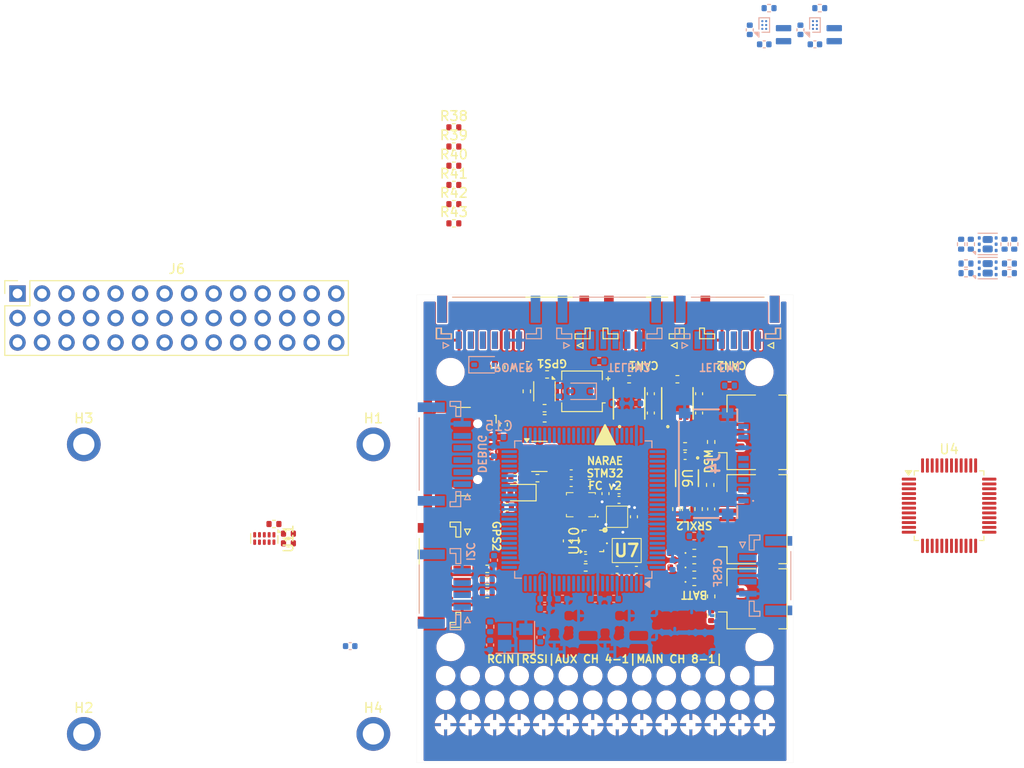
<source format=kicad_pcb>
(kicad_pcb (version 20241229) (generator "pcbnew") (generator_version "9.0")
  (layers (0 "F.Cu" signal) (4 "In1.Cu" signal) (6 "In2.Cu" signal) (2 "B.Cu" signal) (13 "F.Paste" user) (15 "B.Paste" user) (5 "F.SilkS" user "F.Silkscreen") (7 "B.SilkS" user "B.Silkscreen") (1 "F.Mask" user) (3 "B.Mask" user) (25 "Edge.Cuts" user))
  (net 0 "")
  (net 1 "GND")
  (net 2 "/NRST")
  (net 3 "/OSC_IN")
  (net 4 "/OSC_OUT")
  (net 5 "/VCAP1")
  (net 6 "/VCAP2")
  (net 7 "+5V")
  (net 8 "VBUS")
  (net 9 "Net-(BZ1--)")
  (net 10 "Net-(J2-CC2)")
  (net 11 "Net-(D2-K)")
  (net 12 "/BOOT0")
  (net 13 "+3.3V")
  (net 14 "Net-(D4-K)")
  (net 15 "/RC_INPUT/RCIN")
  (net 16 "/LED_RED")
  (net 17 "/LED_YELLOW")
  (net 18 "/LED_GREEN")
  (net 19 "/TIM3_CH2")
  (net 20 "/TIM5_CH1")
  (net 21 "/TIM5_CH2")
  (net 22 "/TIM5_CH3")
  (net 23 "/TIM5_CH4")
  (net 24 "/SPI1_SCK")
  (net 25 "/SPI1_MISO")
  (net 26 "/SPI1_MOSI")
  (net 27 "/TIM3_CH1")
  (net 28 "/TIM3_CH3")
  (net 29 "/USB & POWER/USB_CONN_D-")
  (net 30 "/MAG_NSS")
  (net 31 "/USB & POWER/USB_CONN_D+")
  (net 32 "/FLASH_NSS")
  (net 33 "/SPI2_SCK")
  (net 34 "/PM_VOLTAGE")
  (net 35 "/PM_CURRENT")
  (net 36 "Net-(C4-Pad1)")
  (net 37 "/USB_D-")
  (net 38 "/USB_D+")
  (net 39 "/SWDIO")
  (net 40 "/SWCLK")
  (net 41 "/RSSI_IN")
  (net 42 "/UART4_TX")
  (net 43 "/UART4_RX")
  (net 44 "/GPS1_BUZZER")
  (net 45 "/I2C1_SDA")
  (net 46 "/I2C1_SCL")
  (net 47 "/I2C2_SCL")
  (net 48 "/SPI2_MISO")
  (net 49 "/SPI2_MOSI")
  (net 50 "/UART5_TX")
  (net 51 "/UART5_RX")
  (net 52 "/I2C2_SDA")
  (net 53 "/UART2_CTS")
  (net 54 "/UART2_RTS")
  (net 55 "/UART2_RX")
  (net 56 "/UART2_TX")
  (net 57 "/UART3_RTS")
  (net 58 "/UART3_TX")
  (net 59 "/UART3_CTS")
  (net 60 "/UART3_RX")
  (net 61 "Net-(U1-PB2)")
  (net 62 "/I2C3_SDA")
  (net 63 "/I2C3_SCL")
  (net 64 "/TIM4_CH4")
  (net 65 "+BATT")
  (net 66 "/V_BATT")
  (net 67 "/Communication/CAN1_P")
  (net 69 "/Buzzer")
  (net 70 "/SPI3_SCK")
  (net 71 "/TIM3_CH4")
  (net 72 "/SPI3_MOSI")
  (net 73 "/SPI3_MISO")
  (net 74 "/Communication/CAN1_N")
  (net 75 "/PWR_SEL0")
  (net 76 "/GYRO2_NSS")
  (net 77 "/CAN1_RX")
  (net 78 "/GYRO1_NSS")
  (net 79 "/Communication/CAN2_P")
  (net 80 "/Communication/CAN2_N")
  (net 81 "/BARO_NSS")
  (net 82 "/PWR_SEL1")
  (net 83 "/CAN2_RX")
  (net 84 "/CAN2_TX")
  (net 85 "/TIM4_CH2")
  (net 86 "/MSD_NSS")
  (net 87 "/CAN1_STBY")
  (net 88 "/RC_TX")
  (net 89 "/TIM1_CH2")
  (net 90 "Net-(D3-K)")
  (net 91 "/CAN1_TX")
  (net 92 "/TIM1_CH3")
  (net 93 "Net-(J2-CC1)")
  (net 94 "/CAN2_STBY")
  (net 95 "/MSD_DETECT")
  (net 96 "/BARO_INT")
  (net 97 "+5V_PWM1")
  (net 98 "/GYRO2_INT")
  (net 99 "+5V_PWM2")
  (net 100 "/GYRO1_INT")
  (net 101 "/GPS1_SW_LED")
  (net 102 "/GPS1_SW")
  (net 105 "Net-(J4-SWICTH)")
  (net 106 "/RC_RX")
  (net 108 "Net-(Q1B-G)")
  (net 109 "Net-(Q1A-G)")
  (net 110 "Net-(U3-SW)")
  (net 111 "/SW_PWR_IMU")
  (net 112 "Net-(U3-VSET)")
  (net 113 "Net-(U5-SW)")
  (net 114 "Net-(Q2A-G)")
  (net 115 "Net-(U5-VSET)")
  (net 117 "Net-(U9-C1)")
  (net 131 "/RC_PPM")
  (net 132 "/RC_INPUT/SBUS")
  (net 133 "/RC_SEL1")
  (net 134 "/RC_SEL0")
  (net 135 "Net-(D6-A)")
  (net 136 "Net-(Q2B-G)")
  (net 137 "Net-(Q3A-G)")
  (net 138 "Net-(Q3B-G)")
  (net 142 "/IO Processer/RCIN")
  (net 154 "/GPS1_SDA")
  (net 155 "/GPS1_SCL")
  (net 156 "/GPS1_RX")
  (net 157 "/GPS1_TX")
  (net 193 "Net-(U4-VSS-Pad23)")
  (footprint "Capacitor_SMD:C_0402_1005Metric" (layer "F.Cu") (at 135.05 95 -90)
    (property "Reference" "C36" (hide yes))
    (property "Value" "100nF")
  )
  (footprint "Resistor_SMD:R_0402_1005Metric" (layer "F.Cu") (at 126.8 97.9 180)
    (property "Reference" "R43" (hide yes))
    (property "Value" "10k")
  )
  (footprint "Package_LGA:ST_HLGA-10_2x2mm_P0.5mm_LayoutBorder3x2y" (layer "F.Cu") (at 137.75 95 90)
    (property "Reference" "U10")
    (property "Value" "LPS22HH")
  )
  (footprint "Resistor_SMD:R_0402_1005Metric" (layer "F.Cu") (at 123.34 52.15)
    (property "Reference" "R38")
    (property "Value" "10k")
  )
  (footprint "Resistor_SMD:R_0402_1005Metric" (layer "F.Cu") (at 126.8 99.15 180)
    (property "Reference" "R42" (hide yes))
    (property "Value" "10k")
  )
  (footprint "Resistor_SMD:R_0402_1005Metric" (layer "F.Cu") (at 131 76.8)
    (property "Reference" "R41" (hide yes))
    (property "Value" "10k")
  )
  (footprint "Resistor_SMD:R_0402_1005Metric" (layer "F.Cu") (at 147.3 85.2)
    (property "Reference" "R27" (hide yes))
    (property "Value" "10k")
  )
  (footprint "Resistor_SMD:R_0402_1005Metric" (layer "F.Cu") (at 148.7 91.7 90)
    (property "Reference" "R23" (hide yes))
    (property "Value" "10k")
  )
  (footprint "Resistor_SMD:R_0402_1005Metric" (layer "F.Cu") (at 104.7 93.25)
    (property "Reference" "R37" (hide yes))
    (property "Value" "10k")
  )
  (footprint "Resistor_SMD:R_0402_1005Metric" (layer "F.Cu") (at 123.34 62.1)
    (property "Reference" "R43")
    (property "Value" "10k")
  )
  (footprint "ICM-42688-P:IIM42352_L" (layer "F.Cu") (at 136.5 91.25 180)
    (property "Reference" "U8" (hide yes))
    (property "Value" "ICM-42688-P" (hide yes))
  )
  (footprint "LED_SMD:LED_0402_1005Metric" (layer "F.Cu") (at 146.25 97.75 180)
    (property "Reference" "D3" (hide yes))
    (property "Value" "Yellow")
  )
  (footprint "Package_SON:USON-10_2.5x1.0mm_P0.5mm" (layer "F.Cu") (at 103.7 94.75 -90)
    (property "Reference" "U11")
    (property "Value" "TMUX1104")
  )
  (footprint "Resistor_SMD:R_0402_1005Metric" (layer "F.Cu") (at 123.34 60.11)
    (property "Reference" "R42")
    (property "Value" "10k")
  )
  (footprint "Resistor_SMD:R_0402_1005Metric" (layer "F.Cu") (at 123.34 56.13)
    (property "Reference" "R40")
    (property "Value" "10k")
  )
  (footprint "JST_GH:JST_GH_SM06B-GHS-TB_06x1.25mm_Angled" (layer "F.Cu") (at 122.6 98.5 -90)
    (property "Reference" "J11" (hide yes))
    (property "Value" "GH 1.25mm 6P")
  )
  (footprint "Capacitor_SMD:C_0402_1005Metric" (layer "F.Cu") (at 137 96.75)
    (property "Reference" "C37" (hide yes))
    (property "Value" "100nF")
  )
  (footprint "ATA6561:VDFN8_3X3_MCH-L" (layer "F.Cu") (at 141.5 80.75 90)
    (property "Reference" "U12" (hide yes))
    (property "Value" "ATA6561-GBQW")
  )
  (footprint "MountingHole:MountingHole_2.2mm_M2_ISO7380_Pad" (layer "F.Cu") (at 115 85)
    (property "Reference" "H1")
    (property "Value" "MountingHole")
  )
  (footprint "MountingHole:MountingHole_2.2mm_M2_ISO7380_Pad" (layer "F.Cu") (at 85 85)
    (property "Reference" "H3")
    (property "Value" "MountingHole")
  )
  (footprint "LED_SMD:LED_0402_1005Metric" (layer "F.Cu") (at 146.25 99.25 180)
    (property "Reference" "D4" (hide yes))
    (property "Value" "Green")
  )
  (footprint "Resistor_SMD:R_0402_1005Metric" (layer "F.Cu") (at 146.4 91.7 90)
    (property "Reference" "R25" (hide yes))
    (property "Value" "10k")
  )
  (footprint "Package_QFP:LQFP-48_7x7mm_P0.5mm" (layer "F.Cu") (at 174.65 91.35)
    (property "Reference" "U4")
    (property "Value" "STM32F103C8Tx")
  )
  (footprint "Resistor_SMD:R_0402_1005Metric" (layer "F.Cu") (at 128.5 82.95 90)
    (property "Reference" "R13" (hide yes))
    (property "Value" "5k1")
  )
  (footprint "Capacitor_SMD:C_0402_1005Metric" (layer "F.Cu") (at 147.3 86.2 180)
    (property "Reference" "C20" (hide yes))
    (property "Value" "100nF")
  )
  (footprint "Resistor_SMD:R_0402_1005Metric" (layer "F.Cu") (at 123.34 58.12)
    (property "Reference" "R41")
    (property "Value" "10k")
  )
  (footprint "Capacitor_SMD:C_0402_1005Metric" (layer "F.Cu") (at 140.45 89.75)
    (property "Reference" "C29" (hide yes))
    (property "Value" "100nF")
  )
  (footprint "Resistor_SMD:R_0402_1005Metric" (layer "F.Cu") (at 133 77.75)
    (property "Reference" "R5" (hide yes))
    (property "Value" "10k")
  )
  (footprint "MountingHole:MountingHole_2.2mm_M2_ISO7380_Pad" (layer "F.Cu") (at 115 115)
    (property "Reference" "H4")
    (property "Value" "MountingHole")
  )
  (footprint "Resistor_SMD:R_0402_1005Metric" (layer "F.Cu") (at 150 102.75 90)
    (property "Reference" "R29" (hide yes))
    (property "Value" "15k")
  )
  (footprint "Resistor_SMD:R_0402_1005Metric" (layer "F.Cu") (at 150 100.75 90)
    (property "Reference" "R30" (hide yes))
    (property "Value" "1k")
  )
  (footprint "W25X40CLUX:USON_LUXIG_TR_HandSolder" (layer "F.Cu") (at 147.5 88.5 -90)
    (property "Reference" "U6")
    (property "Value" "W25X40CLUXIG")
  )
  (footprint "Resistor_SMD:R_0402_1005Metric" (layer "F.Cu") (at 148.25 97.75)
    (property "Reference" "R7" (hide yes))
    (property "Value" "120")
  )
  (footprint "Resistor_SMD:R_0402_1005Metric" (layer "F.Cu") (at 129.75 88.5)
    (property "Reference" "R14" (hide yes))
    (property "Value" "5k1")
  )
  (footprint "Resistor_SMD:R_0402_1005Metric" (layer "F.Cu") (at 147.4 91.7 90)
    (property "Reference" "R24" (hide yes))
    (property "Value" "10k")
  )
  (footprint "Capacitor_SMD:C_0402_1005Metric" (layer "F.Cu") (at 148.75 81.75 -90)
    (property "Reference" "C34" (hide yes))
    (property "Value" "100nF")
  )
  (footprint "Package_TO_SOT_SMD:SOT-23-6" (layer "F.Cu") (at 132.2 86.25)
    (property "Reference" "U2" (hide yes))
    (property "Value" "USBLC6-2SC6")
  )
  (footprint "Capacitor_SMD:C_0402_1005Metric" (layer "F.Cu") (at 143.75 79.75 90)
    (property "Reference" "C33" (hide yes))
    (property "Value" "100nF")
  )
  (footprint "Capacitor_SMD:C_0402_1005Metric" (layer "F.Cu") (at 142 92.5 90)
    (property "Reference" "C31" (hide yes))
    (property "Value" "220nF")
  )
  (footprint "Resistor_SMD:R_0402_1005Metric" (layer "F.Cu") (at 132.75 82.3)
    (property "Reference" "R33" (hide yes))
    (property "Value" "120")
  )
  (footprint "Resistor_SMD:R_0402_1005Metric" (layer "F.Cu") (at 149.9 89.2 90)
    (property "Reference" "R26" (hide yes))
    (property "Value" "10k")
  )
  (footprint "Resistor_SMD:R_0402_1005Metric" (layer "F.Cu") (at 127.6 77 90)
    (property "Reference" "R38" (hide yes))
    (property "Value" "10k")
  )
  (footprint "Capacitor_SMD:C_0402_1005Metric" (layer "F.Cu") (at 136 95 -90)
    (property "Reference" "C27" (hide yes))
    (property "Value" "4.7uF")
  )
  (footprint "Resistor_SMD:R_0402_1005Metric" (layer "F.Cu") (at 137 97.75 180)
    (property "Reference" "R28" (hide yes))
    (property "Value" "10k")
  )
  (footprint "JST_ZH:JST_ZH_S2B-ZR-SM4A-TF_1x02-1MP_P1.50mm_Horizontal" (layer "F.Cu") (at 153.75 101 90)
    (property "Reference" "J5" (hide yes))
    (property "Value" "JST ZH 1.5mm 2P")
  )
  (footprint "PWM_Connector:PWM_Conn_3x14" (layer "F.Cu") (at 94.64 71.91)
    (property "Reference" "J6")
    (property "Value" "PWM_Conn_3x14")
  )
  (footprint "LED_SMD:LED_0402_1005Metric" (layer "F.Cu") (at 146.25 96.25 180)
    (property "Reference" "D2" (hide yes))
    (property "Value" "Red")
  )
  (footprint "JST_GH:JST_GH_SM10B-GHS-TB_10x1.25mm_Angled" (layer "F.Cu") (at 129.5 72.6 180)
    (property "Reference" "J10" (hide yes))
    (property "Value" "GH 1.25mm 10P")
  )
  (footprint "Capacitor_SMD:C_0402_1005Metric" (layer "F.Cu") (at 139.05 90.1 90)
    (property "Reference" "C30" (hide yes))
    (property "Value" "100nF")
  )
  (footprint "Resistor_SMD:R_0402_1005Metric" (layer "F.Cu") (at 129 77 90)
    (property "Reference" "R39" (hide yes))
    (property "Value" "10k")
  )
  (footprint "Resistor_SMD:R_0402_1005Metric" (layer "F.Cu") (at 148.25 96.25)
    (property "Reference" "R6" (hide yes))
    (property "Value" "120")
  )
  (footprint "Capacitor_SMD:C_0402_1005Metric" (layer "F.Cu") (at 143.75 81.75 -90)
    (property "Reference" "C35" (hide yes))
    (property "Value" "100nF")
  )
  (footprint "ATA6561:VDFN8_3X3_MCH-L" (layer "F.Cu") (at 146.5 80.75 90)
    (property "Reference" "U13" (hide yes))
    (property "Value" "ATA6561-GBQW")
  )
  (footprint "Nexperia_SOT1118:Nexperia_SOT1118" (layer "F.Cu") (at 132.75 79.5 180)
    (property "Reference" "Q1" (hide yes))
    (property "Value" "PMDPB30XN")
  )
  (footprint "Capacitor_SMD:C_0402_1005Metric" (layer "F.Cu") (at 135.5 88)
    (property "Reference" "C25" (hide yes))
    (property "Value" "2.2uF")
  )
  (footprint "Capacitor_SMD:C_0402_1005Metric" (layer "F.Cu") (at 140.45 90.75)
    (property "Reference" "C28" (hide yes))
    (property "Value" "10uF")
  )
  (footprint "Resistor_SMD:R_0402_1005Metric" (layer "F.Cu") (at 141.5 78.25)
    (property "Reference" "R48" (hide yes))
    (property "Value" "120")
  )
  (footprint "Capacitor_SMD:C_0402_1005Metric" (layer "F.Cu") (at 140.25 98)
    (property "Reference" "C22" (hide yes))
    (property "Value" "100nF")
  )
  (footprint "Resistor_SMD:R_0402_1005Metric" (layer "F.Cu") (at 150 84.75 90)
    (property "Reference" "R36" (hide yes))
    (property "Value" "10k")
  )
  (footprint "JST_ZH:JST_ZH_S4B-ZR-SM4A-TF_1x04-1MP_P1.50mm_Horizontal" (layer "F.Cu") (at 153.75 92.75 90)
    (property "Reference" "J7" (hide yes))
    (property "Value" "ZH 1.5mm 4P")
  )
  (footprint "Resistor_SMD:R_0402_1005Metric" (layer "F.Cu") (at 123.34 54.14)
    (property "Reference" "R39")
    (property "Value" "10k")
  )
  (footprint "LIS2MDLTR:LIS2MDLTR" (layer "F.Cu") (at 140.25 92.5 90)
    (property "Reference" "U9" (hide yes))
    (property "Value" "LIS2MDLTR" (hide yes))
  )
  (footprint "Resistor_SMD:R_0402_1005Metric" (layer "F.Cu") (at 132.74 81.25 180)
    (property "Reference" "R34" (hide yes))
    (property "Value" "10k")
  )
  (footprint "BMI323:BMI323" (layer "F.Cu") (at 141.25 96)
    (property "Reference" "U7")
    (property "Value" "BMI323" (hide yes))
  )
  (footprint "Diode_SMD:D_SOD-323" (layer "F.Cu") (at 130.25 90 180)
    (property "Reference" "D5" (hide yes))
    (property "Value" "B5819W")
  )
  (footprint "Resistor_SMD:R_0402_1005Metric" (layer "F.Cu") (at 148.25 99.25)
    (property "Reference" "R8" (hide yes))
    (property "Value" "120")
  )
  (footprint "Capacitor_SMD:C_0402_1005Metric" (layer "F.Cu") (at 150 91.7 90)
    (property "Reference" "C21" (hide yes))
    (property "Value" "100nF")
  )
  (footprint "Capacitor_SMD:C_0402_1005Metric" (layer "F.Cu") (at 148.75 79.75 90)
    (property "Reference" "C32" (hide yes))
    (property "Value" "100nF")
  )
  (footprint "Capacitor_SMD:C_0402_1005Metric" (layer "F.Cu") (at 142.25 98)
    (property "Reference" "C24" (hide yes))
    (property "Value" "100nF")
  )
  (footprint "Resistor_SMD:R_0402_1005Metric" (layer "F.Cu") (at 132 88.5 180)
    (property "Reference" "R19" (hide yes))
    (property "Value" "1k5")
  )
  (footprint "FUET-4020:FUET-4020" (layer "F.Cu") (at 136.62 79.5 180)
    (property "Reference" "BZ1" (hide yes))
    (property "Value" "FUET-4020")
  )
  (footprint "Resistor_SMD:R_0402_1005Metric" (layer "F.Cu") (at 106.2 94.25)
    (property "Reference" "R31" (hide yes))
    (property "Value" "10k")
  )
  (footprint "JST_GH:JST_GH_SM04B-GHS-TB_04x1.25mm_Angled" (layer "F.Cu") (at 153 72.6 180)
    (property "Reference" "J16" (hide yes))
    (property "Value" "GH 1.25mm 4P")
  )
  (footprint "Resistor_SMD:R_0402_1005Metric" (layer "F.Cu") (at 146.5 78.25)
    (property "Reference" "R49" (hide yes))
    (property "Value" "120")
  )
  (footprint "JST_ZH:JST_ZH_S3B-ZR-SM4A-TF_1x03-1MP_P1.50mm_Horizontal" (layer "F.Cu") (at 153.75 83.75 90)
    (property "Reference" "J9" (hide yes))
    (property "Value" "ZH 1.5mm 3P")
  )
  (footprint "Capacitor_SMD:C_0402_1005Metric" (layer "F.Cu") (at 137.4 89 180)
    (property "Reference" "C26" (hide yes))
    (property "Value" "10nF")
  )
  (footprint "Resistor_SMD:R_0402_1005Metric" (layer "F.Cu") (at 126.8 100.5 180)
    (property "Reference" "R40" (hide yes))
    (property "Value" "10k")
  )
  (footprint "MountingHole:MountingHole_2.2mm_M2_ISO7380_Pad" (layer "F.Cu") (at 85 115)
    (property "Reference" "H2")
    (property "Value" "MountingHole")
  )
  (footprint "Connector_USB:USB_C_Receptacle_GCT_USB4110" (layer "F.Cu") (at 123.205 85.75 -90)
    (property "Reference" "J2" (hide yes))
    (property "Value" "USB_C_USB2.0_14P")
  )
  (footprint "JST_GH:JST_GH_SM04B-GHS-TB_04x1.25mm_Angled" (layer "F.Cu") (at 143 72.6 180)
    (property "Reference" "J15" (hide yes))
    (property "Value" "GH 1.25mm 4P")
  )
  (footprint "Resistor_SMD:R_0402_1005Metric" (layer "F.Cu") (at 106.2 95.25)
    (property "Reference" "R32" (hide yes))
    (property "Value" "10k")
  )
  (footprint "Capacitor_SMD:C_0402_1005Metric" (layer "F.Cu") (at 135.5 89)
    (property "Reference" "C23" (hide yes))
    (property "Value" "100nF")
  )
  (footprint "Resistor_SMD:R_0402_1005Metric" (layer "F.Cu") (at 130.9 79.5 90)
    (property "Reference" "R35" (hide yes))
    (property "Value" "1k")
  )
  (footprint "Resistor_SMD:R_0402_1005Metric" (layer "F.Cu") (at 128.8 91.5 180)
    (property "Reference" "R1" (hide yes))
    (property "Value" "10k")
  )
  (footprint "Resistor_SMD:R_0402_1005Metric" (layer "B.Cu") (at 176.9 64.26 -90)
    (property "Reference" "R9" (hide yes))
    (property "Value" "120")
  )
  (footprint "VLS201610ET-2R2M:VLS201610ET-2R2M" (layer "B.Cu") (at 157.5 42.55 -90)
    (property "Reference" "L1" (hide yes))
    (property "Value" "2.2u")
  )
  (footprint "Resistor_SMD:R_0402_1005Metric" (layer "B.Cu") (at 148.25 94.5)
    (property "Reference" "R2" (hide yes))
    (property "Value" "10k")
  )
  (footprint "VLS201610ET-2R2M:VLS201610ET-2R2M" (layer "B.Cu") (at 162.75 42.55 -90)
    (property "Reference" "L3" (hide yes))
    (property "Value" "2.2u")
  )
  (footprint "Resistor_SMD:R_0402_1005Metric" (layer "B.Cu") (at 176.4 67.26)
    (property "Reference" "R15" (hide yes))
    (property "Value" "1k")
  )
  (footprint "Capacitor_SMD:C_0402_1005Metric" (layer "B.Cu") (at 138 101)
    (property "Reference" "C8" (hide yes))
    (property "Value" "100nF")
  )
  (footprint "Resistor_SMD:R_0402_1005Metric" (layer "B.Cu") (at 161.25 39.8 180)
    (property "Reference" "R22" (hide yes))
    (property "Value" "267k")
  )
  (footprint "Resistor_SMD:R_0402_1005Metric" (layer "B.Cu") (at 180.9 67.26)
    (property "Reference" "R17" (hide yes))
    (property "Value" "1k")
  )
  (footprint "Capacitor_SMD:C_0402_1005Metric" (layer "B.Cu") (at 127.5 97 -90)
    (property "Reference" "C2" (hide yes))
    (property "Value" "4.7uF")
  )
  (footprint "Resistor_SMD:R_0402_1005Metric" (layer "B.Cu") (at 138.4 76.4 180)
    (property "Reference" "R45" (hide yes))
    (property "Value" "10k")
  )
  (footprint "Resistor_SMD:R_0402_1005Metric" (layer "B.Cu") (at 181.4 64.26 90)
    (property "Reference" "R12" (hide yes))
    (property "Value" "10k")
  )
  (footprint "Capacitor_SMD:C_0402_1005Metric" (layer "B.Cu") (at 132.3 104.98 -90)
    (property "Reference" "C1" (hide yes))
    (property "Value" "10pF")
  )
  (footprint "Capacitor_SMD:C_0402_1005Metric" (layer "B.Cu") (at 132.75 101.98)
    (property "Reference" "C13" (hide yes))
    (property "Value" "100nF")
  )
  (footprint "Resistor_SMD:R_0402_1005Metric" (layer "B.Cu") (at 176.4 66.26 180)
    (property "Reference" "R18" (hide yes))
    (property "Value" "1k")
  )
  (footprint "Resistor_SMD:R_0402_1005Metric" (layer "B.Cu") (at 127.1 103.89 90)
    (property "Reference" "R3" (hide yes))
    (property "Value" "120")
  )
  (footprint "JST_GH:JST_GH_SM06B-GHS-TB_06x1.25mm_Angled" (layer "B.Cu") (at 151.7 72.6)
    (property "Reference" "J12" (hide yes))
    (property "Value" "GH 1.25mm 6P")
  )
  (footprint "Package_BGA:Texas_DSBGA-6_0.855x1.255mm_Layout2x3_P0.4mm_LevelC" (layer "B.Cu") (at 155.5 41.55)
    (property "Reference" "U3" (hide yes))
    (property "Value" "TPS62840")
  )
  (footprint "Capacitor_SMD:C_0402_1005Metric" (layer "B.Cu") (at 146 97.5 90)
    (property "Reference" "C11" (hide yes))
    (property "Value" "100nF")
  )
  (footprint "Capacitor_SMD:C_0402_1005Metric" (layer "B.Cu") (at 159.25 42.05 -90)
    (property "Reference" "C16" (hide yes))
    (property "Value" "4.7uF")
  )
  (footprint "Capacitor_SMD:C_0402_1005Metric" (layer "B.Cu") (at 127.5 85.75 -90)
    (property "Reference" "C6" (hide yes))
    (property "Value" "2.2uF")
  )
  (footprint "Resistor_SMD:R_0402_1005Metric" (layer "B.Cu") (at 134.25 79.5 90)
    (property "Reference" "R4" (hide yes))
    (property "Value" "120")
  )
  (footprint "Capacitor_SMD:C_0402_1005Metric" (layer "B.Cu") (at 112.6 105.9)
    (property "Reference" "C5" (hide yes))
    (property "Value" "100nF")
  )
  (footprint "Resistor_SMD:R_0402_1005Metric" (layer "B.Cu") (at 175.9 64.26 90)
    (property "Reference" "R11" (hide yes))
    (property "Value" "10k")
  )
  (footprint "Capacitor_SMD:C_0402_1005Metric" (layer "B.Cu") (at 155.5 43.55 180)
    (property "Reference" "C17" (hide yes))
    (property "Value" "10uF")
  )
  (footprint "TF-06A:TF06A" (layer "B.Cu") (at 150 87 90)
    (property "Reference" "J4")
    (property "Value" "TF-06A" (hide yes))
  )
  (footprint "Resistor_SMD:R_0402_1005Metric" (layer "B.Cu") (at 156 39.8 180)
    (property "Reference" "R20" (hide yes))
    (property "Value" "267k")
  )
  (footprint "Nexperia_SOT1118:Nexperia_SOT1118" (layer "B.Cu") (at 178.65 66.76 90)
    (property "Reference" "Q3" (hide yes))
    (property "Value" "PMDPB55XP")
  )
  (footprint "Capacitor_SMD:C_0402_1005Metric" (layer "B.Cu") (at 154 42.05 -90)
    (property "Reference" "C14" (hide yes))
    (property "Value" "4.7uF")
  )
  (footprint "Capacitor_SMD:C_0402_1005Metric" (layer "B.Cu") (at 134.6 101)
    (property "Reference" "C9" (hide yes))
    (property "Value" "100nF")
  )
  (footprint "Package_QFP:LQFP-100_14x14mm_P0.5mm" (layer "B.Cu") (at 136.75 91.75 90)
    (property "Reference" "U1" (hide yes))
    (property "Value" "STM32F407VETx")
  )
  (footprint "JST_GH:JST_GH_SM04B-GHS-TB_04x1.25mm_Angled" (layer "B.Cu") (at 155.4 98.6 -90)
    (property "Reference" "J8" (hide yes))
    (property "Value" "GH 1.25mm 4P")
  )
  (footprint "JST_GH:JST_GH_SM06B-GHS-TB_06x1.25mm_Angled" (layer "B.Cu") (at 139.45 72.6)
    (property "Reference" "J13" (hide yes))
    (property "Value" "GH 1.25mm 6P")
  )
  (footprint "Resistor_SMD:R_0402_1005Metric" (layer "B.Cu") (at 151.9 78.9)
    (property "Reference" "R44" (hide yes))
    (property "Value" "10k")
  )
  (footprint "Capacitor_SMD:C_0402_1005Metric" (layer "B.Cu") (at 127.1 105.79 -90)
    (property "Reference" "C4" (hide yes))
    (property "Value" "10pF")
  )
  (footprint "Nexperia_SOT1118:Nexperia_SOT1118" (layer "B.Cu") (at 178.65 64.26 90)
    (property "Reference" "Q2" (hide yes))
    (property "Value" "PMDPB30XN")
  )
  (footprint "JST_GH:JST_GH_SM04B-GHS-TB_04x1.25mm_Angled" (layer "B.Cu") (at 122.6 100 90)
    (property "Reference" "J14" (hide yes))
    (property "Value" "GH 1.25mm 4P")
  )
  (footprint "Capacitor_SMD:C_0402_1005Metric" (layer "B.Cu") (at 139.9 101 180)
    (property "Reference" "C10" (hide yes))
    (property "Value" "100nF")
  )
  (footprint "Capacitor_SMD:C_0402_1005Metric" (layer "B.Cu") (at 160.75 43.55 180)
    (property "Reference" "C19" (hide yes))
    (property "Value" "10uF")
  )
  (footprint "Crystal:Crystal_SMD_Abracon_ABM8G-4Pin_3.2x2.5mm" (layer "B.Cu") (at 129.7 105 180)
    (property "Reference" "Y1" (hide yes))
    (property "Value" "16MHz")
  )
  (footprint "Diode_SMD:D_SOD-323" (layer "B.Cu") (at 136.5 79.5 180)
    (property "Reference" "D1" (hide yes))
    (property "Value" "B5819W")
  )
  (footprint "Capacitor_SMD:C_0402_1005Metric" (layer "B.Cu") (at 142.2 80.75 180)
    (property "Reference" "C3" (hide yes))
    (property "Value" "100nF")
  )
  (footprint "Resistor_SMD:R_0402_1005Metric" (layer "B.Cu") (at 126.8 100.2 180)
    (property "Reference" "R47" (hide yes))
    (property "Value" "10k")
  )
  (footprint "Diode_SMD:D_SOD-323" (layer "B.Cu") (at 126.5 76.75)
    (property "Reference" "D6" (hide yes))
    (property "Value" "B5819W")
  )
  (footprint "Capacitor_SMD:C_0402_1005Metric" (layer "B.Cu") (at 140.3 80.75)
    (property "Reference" "C7" (hide yes))
    (property "Value" "2.2uF")
  )
  (footprint "JST_GH:JST_GH_SM06B-GHS-TB_06x1.25mm_Angled" (layer "B.Cu") (at 126.95 72.6)
    (property "Reference" "J3" (hide yes))
    (property "Value" "GH 1.25mm 6P")
  )
  (footprint "JST_GH:JST_GH_SM06B-GHS-TB_06x1.25mm_Angled" (layer "B.Cu") (at 122.6 86 90)
    (property "Reference" "J1" (hide yes))
    (property "Value" "GH 1.25mm 6P")
  )
  (footprint "Resistor_SMD:R_0402_1005Metric" (layer "B.Cu") (at 126.8 98.95 180)
    (property "Reference" "R46" (hide yes))
    (property "Value" "10k")
  )
  (footprint "Resistor_SMD:R_0402_1005Metric" (layer "B.Cu") (at 180.4 64.26 -90)
    (property "Reference" "R10" (hide yes))
    (property "Value" "120")
  )
  (footprint "Package_BGA:Texas_DSBGA-6_0.855x1.255mm_Layout2x3_P0.4mm_LevelC" (layer "B.Cu") (at 160.75 41.55)
    (property "Reference" "U5" (hide yes))
    (property "Value" "TPS62840")
  )
  (footprint "Resistor_SMD:R_0402_1005Metric" (layer "B.Cu") (at 180.9 66.26 180)
    (property "Reference" "R16" (hide yes))
    (property "Value" "1k")
  )
  (footprint "Capacitor_SMD:C_0402_1005Metric" (layer "B.Cu") (at 128 84.25 180)
    (property "Reference" "C15")
    (property "Value" "100nF")
  )
  (footprint "Capacitor_SMD:C_0402_1005Metric" (layer "B.Cu") (at 132.75 101)
    (property "Reference" "C12" (hide yes))
    (property "Value" "1uF")
  )
  (gr_poly (pts (xy 138 85) (xy 139 83) (xy 140 85)) (stroke (width 0.2)) (fill yes) (layer "F.SilkS"))
  (gr_rect (start 119.5 69.5) (end 158.5 118) (stroke (width 0.01)) (fill no) (layer "Edge.Cuts"))
  (gr_text "NARAE\nSTM32\nFC v2" (at 139 88 0) (layer "F.SilkS") (effects (font (size 0.8 0.8) (thickness 0.16) (bold yes))))
  (gr_text "GPS2" (at 127.75 94.5 270) (layer "F.SilkS") (effects (font (size 0.8 0.8) (thickness 0.16) (bold yes))))
  (gr_text "GPS1" (at 133.5 76.6 180) (layer "F.SilkS") (effects (font (size 0.8 0.8) (thickness 0.16) (bold yes))))
  (gr_text "SRXL2" (at 148.25 93.4 180) (layer "F.SilkS") (effects (font (size 0.8 0.8) (thickness 0.16) (bold yes))))
  (gr_text "CAN2" (at 152.1 76.8 180) (layer "F.SilkS") (effects (font (size 0.8 0.8) (thickness 0.16) (bold yes))))
  (gr_text "DSM" (at 149.75 86.75 90) (layer "F.SilkS") (effects (font (size 0.8 0.8) (thickness 0.16) (bold yes))))
  (gr_text "RCIN|RSSI|AUX CH 4-1|MAIN CH 8-1|" (at 139 107.25 0) (layer "F.SilkS") (effects (font (size 0.8 0.8) (thickness 0.16) (bold yes))))
  (gr_text "BATT" (at 148.25 100.6 180) (layer "F.SilkS") (effects (font (size 0.8 0.8) (thickness 0.16) (bold yes))))
  (gr_text "CAN1" (at 143 76.8 180) (layer "F.SilkS") (effects (font (size 0.8 0.8) (thickness 0.16) (bold yes))))
  (gr_text "CRSF" (at 150.7 98.3 90) (layer "B.SilkS") (effects (font (size 0.8 0.8) (thickness 0.16) (bold yes)) (justify mirror)))
  (gr_text "TELEM2" (at 141.5 77 180) (layer "B.SilkS") (effects (font (size 0.8 0.8) (thickness 0.16) (bold yes)) (justify mirror)))
  (gr_text "DEBUG" (at 126.25 86 270) (layer "B.SilkS") (effects (font (size 0.8 0.8) (thickness 0.16) (bold yes)) (justify mirror)))
  (gr_text "POWER" (at 129.5 77 180) (layer "B.SilkS") (effects (font (size 0.8 0.8) (thickness 0.16) (bold yes)) (justify mirror)))
  (gr_text "TELEM1" (at 151 77 180) (layer "B.SilkS") (effects (font (size 0.8 0.8) (thickness 0.16) (bold yes)) (justify mirror)))
  (gr_text "I2C" (at 125.05 96.107836 270) (layer "B.SilkS") (effects (font (size 0.8 0.8) (thickness 0.16) (bold yes)) (justify mirror)))
  (segment (start 136.5 89.52) (end 135.98 89) (width 0.15) (layer "F.Cu") (net 1))
  (segment (start 135.98 89) (end 135.98 88) (width 0.15) (layer "F.Cu") (net 1))
  (segment (start 136.5 90.35) (end 136.5 89.52) (width 0.15) (layer "F.Cu") (net 1))
  (segment (start 141 92.25) (end 141.77 92.25) (width 0.15) (layer "F.Cu") (net 1))
  (segment (start 140.93 89.75) (end 140.93 90.75) (width 0.15) (layer "F.Cu") (net 1))
  (segment (start 136.92 89) (end 136.92 89.1) (width 0.15) (layer "F.Cu") (net 1))
  (segment (start 141.77 92.25) (end 142 92.02) (width 0.15) (layer "F.Cu") (net 1))
  (segment (start 140.5 91.18) (end 140.93 90.75) (width 0.15) (layer "F.Cu") (net 1))
  (segment (start 140.5 91.7) (end 140.5 91.18) (width 0.15) (layer "F.Cu") (net 1))
  (segment (start 142 91.611414) (end 142.061106 91.550308) (width 0.1) (layer "F.Cu") (net 1))
  (segment (start 142 92.02) (end 142 91.611414) (width 0.1) (layer "F.Cu") (net 1))
  (segment (start 136.92 89.1) (end 136.5 89.52) (width 0.15) (layer "F.Cu") (net 1))
  (via (at 142.061106 91.550308) (size 0.4) (drill 0.3) (layers "F.Cu" "B.Cu") (net 1))
  (segment (start 138.25 100.77) (end 138.48 101) (width 0.15) (layer "B.Cu") (net 1))
  (segment (start 138.25 99.425) (end 138.25 100.77) (width 0.15) (layer "B.Cu") (net 1))
  (segment (start 133.25 101.96) (end 133.23 101.98) (width 0.15) (layer "B.Cu") (net 1))
  (segment (start 133.25 99.425) (end 133.25 101.96) (width 0.15) (layer "B.Cu") (net 1))
  (segment (start 135.35 90.5) (end 135.35 89.33) (width 0.15) (layer "F.Cu") (net 13))
  (segment (start 139.97 89.75) (end 139.97 90.75) (width 0.15) (layer "F.Cu") (net 13))
  (segment (start 139.97 90.75) (end 139.97 91.67) (width 0.15) (layer "F.Cu") (net 13))
  (segment (start 139.05 90.58) (end 139.05 90.6) (width 0.15) (layer "F.Cu") (net 13))
  (segment (start 139.97 89.27) (end 139.95 89.25) (width 0.15) (layer "F.Cu") (net 13))
  (segment (start 135.35 89.33) (end 135.02 89) (width 0.15) (layer "F.Cu") (net 13))
  (segment (start 135.02 88) (end 135.02 89) (width 0.15) (layer "F.Cu") (net 13))
  (segment (start 139.05 90.58) (end 139.05 91.25) (width 0.15) (layer "F.Cu") (net 13))
  (segment (start 139.97 89.75) (end 139.97 89.27) (width 0.15) (layer "F.Cu") (net 13))
  (segment (start 139.97 91.67) (end 140 91.7) (width 0.15) (layer "F.Cu") (net 13))
  (segment (start 139.05 90.6) (end 138.7 90.95) (width 0.15) (layer "F.Cu") (net 13))
  (segment (start 139.05 91.25) (end 139.5 91.7) (width 0.15) (layer "F.Cu") (net 13))
  (segment (start 137 89.88) (end 137.88 89) (width 0.15) (layer "F.Cu") (net 13))
  (segment (start 137 90.35) (end 137 89.88) (width 0.15) (layer "F.Cu") (net 13))
  (segment (start 139.05 90.58) (end 139.05 90.9) (width 0.15) (layer "F.Cu") (net 13))
  (via (at 139.95 89.25) (size 0.4) (drill 0.3) (layers "F.Cu" "B.Cu") (net 13))
  (via (at 138.7 90.95) (size 0.4) (drill 0.3) (layers "F.Cu" "B.Cu") (net 13))
  (segment (start 133.75 100.63) (end 134.12 101) (width 0.15) (layer "B.Cu") (net 13))
  (segment (start 132.25 98.55) (end 132.4 98.4) (width 0.15) (layer "B.Cu") (net 13))
  (segment (start 132.75 98.55) (end 132.6 98.4) (width 0.15) (layer "B.Cu") (net 13))
  (segment (start 132.27 101.98) (end 132.27 99.445) (width 0.15) (layer "B.Cu") (net 13))
  (segment (start 140.25 99.425) (end 140.25 100.87) (width 0.15) (layer "B.Cu") (net 13))
  (segment (start 132.4 98.4) (end 132.6 98.4) (width 0.15) (layer "B.Cu") (net 13))
  (segment (start 140.25 100.87) (end 140.38 101) (width 0.15) (layer "B.Cu") (net 13))
  (segment (start 133.75 99.425) (end 133.75 100.63) (width 0.15) (layer "B.Cu") (net 13))
  (segment (start 137.75 99.425) (end 137.75 100.77) (width 0.15) (layer "B.Cu") (net 13))
  (segment (start 132.25 99.425) (end 132.25 98.55) (width 0.15) (layer "B.Cu") (net 13))
  (segment (start 132.27 99.445) (end 132.25 99.425) (width 0.15) (layer "B.Cu") (net 13))
  (segment (start 132.75 99.425) (end 132.75 98.55) (width 0.15) (layer "B.Cu") (net 13))
  (segment (start 137.75 100.77) (end 137.52 101) (width 0.15) (layer "B.Cu") (net 13))
  (segment (start 139.5 93.3) (end 139.1 93.3) (width 0.1) (layer "F.Cu") (net 70))
  (via (at 139.1 93.3) (size 0.4) (drill 0.3) (layers "F.Cu" "B.Cu") (net 70))
  (segment (start 142.5 91.4) (end 142.5 90.85) (width 0.1) (layer "B.Cu") (net 70))
  (segment (start 142.2 90.55) (end 139.9 90.55) (width 0.1) (layer "B.Cu") (net 70))
  (segment (start 139.1 91.35) (end 139.1 93.3) (width 0.1) (layer "B.Cu") (net 70))
  (segment (start 144.425 92.25) (end 143.35 92.25) (width 0.1) (layer "B.Cu") (net 70))
  (segment (start 142.5 90.85) (end 142.2 90.55) (width 0.1) (layer "B.Cu") (net 70))
  (segment (start 143.35 92.25) (end 142.5 91.4) (width 0.1) (layer "B.Cu") (net 70))
  (segment (start 139.9 90.55) (end 139.1 91.35) (width 0.1) (layer "B.Cu") (net 70))
  (segment (start 141 93.95) (end 140.85 94.1) (width 0.1) (layer "F.Cu") (net 72))
  (segment (start 141 93.3) (end 141 93.95) (width 0.1) (layer "F.Cu") (net 72))
  (via (at 140.85 94.1) (size 0.4) (drill 0.3) (layers "F.Cu" "B.Cu") (net 72))
  (segment (start 140 93.25) (end 141.803703 93.25) (width 0.1) (layer "B.Cu") (net 72))
  (segment (start 142.743703 93.05) (end 143.143703 93.05) (width 0.1) (layer "B.Cu") (net 72))
  (segment (start 139.95 94.1) (end 139.8 93.95) (width 0.1) (layer "B.Cu") (net 72))
  (segment (start 143.343703 93.25) (end 143.743703 93.25) (width 0.1) (layer "B.Cu") (net 72))
  (segment (start 142.643703 93.980165) (end 142.643703 93.49) (width 0.1) (layer "B.Cu") (net 72))
  (segment (start 143.790548 93.25) (end 144.425 93.25) (width 0.1) (layer "B.Cu") (net 72))
  (segment (start 142.043703 93.49) (end 142.043703 93.980165) (width 0.1) (layer "B.Cu") (net 72))
  (segment (start 143.743703 93.25) (end 143.790548 93.25) (width 0.1) (layer "B.Cu") (net 72))
  (segment (start 139.8 93.45) (end 140 93.25) (width 0.1) (layer "B.Cu") (net 72))
  (segment (start 140.85 94.1) (end 139.95 94.1) (width 0.1) (layer "B.Cu") (net 72))
  (segment (start 142.643703 93.25) (end 142.643703 93.15) (width 0.1) (layer "B.Cu") (net 72))
  (segment (start 142.643703 93.49) (end 142.643703 93.25) (width 0.1) (layer "B.Cu") (net 72))
  (segment (start 142.283703 94.220165) (end 142.403703 94.220165) (width 0.1) (layer "B.Cu") (net 72))
  (segment (start 139.8 93.95) (end 139.8 93.45) (width 0.1) (layer "B.Cu") (net 72))
  (arc (start 142.643703 93.15) (mid 142.672992 93.079289) (end 142.743703 93.05) (width 0.1) (layer "B.Cu") (net 72))
  (arc (start 142.403703 94.220165) (mid 142.573409 94.149871) (end 142.643703 93.980165) (width 0.1) (layer "B.Cu") (net 72))
  (arc (start 143.243703 93.15) (mid 143.272992 93.220711) (end 143.343703 93.25) (width 0.1) (layer "B.Cu") (net 72))
  (arc (start 143.143703 93.05) (mid 143.214414 93.079289) (end 143.243703 93.15) (width 0.1) (layer "B.Cu") (net 72))
  (arc (start 141.803703 93.25) (mid 141.973409 93.320294) (end 142.043703 93.49) (width 0.1) (layer "B.Cu") (net 72))
  (arc (start 142.043703 93.980165) (mid 142.113997 94.149871) (end 142.283703 94.220165) (width 0.1) (layer "B.Cu") (net 72))
  (segment (start 141.5 91.45) (end 141.25 91.45) (width 0.1) (layer "F.Cu") (net 73))
  (segment (start 141 91.7) (end 141.1 91.7) (width 0.2) (layer "F.Cu") (net 73))
  (segment (start 141.25 91.45) (end 141 91.7) (width 0.1) (layer "F.Cu") (net 73))
  (via (at 141.5 91.45) (size 0.4) (drill 0.3) (layers "F.Cu" "B.Cu") (net 73))
  (segment (start 139.9 92.6) (end 140.05 92.75) (width 0.1) (layer "B.Cu") (net 73))
  (segment (start 142.752725 92.75) (end 142.872725 92.75) (width 0.1) (layer "B.Cu") (net 73))
  (segment (start 141.5 91.45) (end 141.4 91.55) (width 0.1) (layer "B.Cu") (net 73))
  (segment (start 142.872725 92.75) (end 143.185022 92.75) (width 0.1) (layer "B.Cu") (net 73))
  (segment (start 140.1 91.55) (end 139.9 91.75) (width 0.1) (layer "B.Cu") (net 73))
  (segment (start 139.9 91.75) (end 139.9 92.6) (width 0.1) (layer "B.Cu") (net 73))
  (segment (start 141.4 91.55) (end 140.1 91.55) (width 0.1) (layer "B.Cu") (net 73))
  (segment (start 142.512725 92.203917) (end 142.512725 92.51) (width 0.1) (layer "B.Cu") (net 73))
  (segment (start 141.912725 92.51) (end 141.912725 92.203917) (width 0.1) (layer "B.Cu") (net 73))
  (segment (start 140.05 92.75) (end 141.672725 92.75) (width 0.1) (layer "B.Cu") (net 73))
  (segment (start 143.185022 92.75) (end 144.425 92.75) (width 0.1) (layer "B.Cu") (net 73))
  (segment (start 142.152725 91.963917) (end 142.272725 91.963917) (width 0.1) (layer "B.Cu") (net 73))
  (arc (start 142.512725 92.51) (mid 142.583019 92.679706) (end 142.752725 92.75) (width 0.1) (layer "B.Cu") (net 73))
  (arc (start 141.912725 92.203917) (mid 141.983019 92.034211) (end 142.152725 91.963917) (width 0.1) (layer "B.Cu") (net 73))
  (arc (start 142.272725 91.963917) (mid 142.442431 92.034211) (end 142.512725 92.203917) (width 0.1) (layer "B.Cu") (net 73))
  (arc (start 141.672725 92.75) (mid 141.842431 92.679706) (end 141.912725 92.51) (width 0.1) (layer "B.Cu") (net 73))
  (segment (start 141 92.75) (end 141.77 92.75) (width 0.15) (layer "F.Cu") (net 117))
  (segment (start 141.77 92.75) (end 142 92.98) (width 0.15) (layer "F.Cu") (net 117))
  (zone (net 1) (net_name "GND") (layers "F.Cu" "B.Cu") (connect_pads (clearance 0)) (min_thickness 0.25) (fill yes (thermal_gap 0.3) (thermal_bridge_width 0.3))
    (polygon (pts (xy 157.8 117.8) (xy 120.2 117.8) (xy 120.2 70.2) (xy 157.800804 70.200006)))
  )
)
</source>
